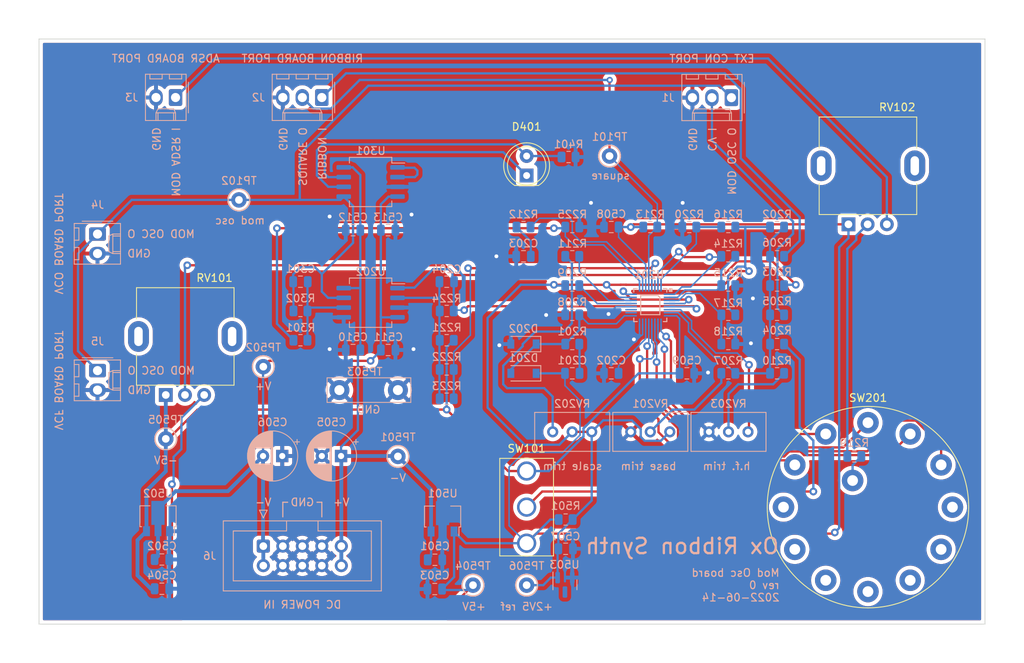
<source format=kicad_pcb>
(kicad_pcb (version 20211014) (generator pcbnew)
  (title_block (title "Josh Ox Ribbon Synth Mod Osc board") (date "2022-06-14") (rev "0") (comment 2 "creativecommons.org/licences/by/4.0") (comment 3 "license: CC by 4.0") (comment 4 "Author: Jordan Aceto"))
  (layers (0 "F.Cu" signal) (31 "B.Cu" signal) (34 "B.Paste" user) (35 "F.Paste" user) (36 "B.SilkS" user "B.Silkscreen") (37 "F.SilkS" user "F.Silkscreen") (38 "B.Mask" user) (39 "F.Mask" user) (44 "Edge.Cuts" user))
  (net 0 "")
  (net 1 "Net-(C201-Pad1)")
  (net 2 "Net-(C202-Pad1)")
  (net 3 "GND")
  (net 4 "Net-(C203-Pad1)")
  (net 5 "Net-(C204-Pad1)")
  (net 6 "/VCO_core/DOWN_SAW")
  (net 7 "Net-(C301-Pad1)")
  (net 8 "/MOD_OSC_OUT")
  (net 9 "+15V")
  (net 10 "-15V")
  (net 11 "-5V")
  (net 12 "Net-(D201-Pad2)")
  (net 13 "Net-(D401-Pad1)")
  (net 14 "Net-(D401-Pad2)")
  (net 15 "/VCO_core/V_PER_OCT_IN_1")
  (net 16 "/VCO_core/V_PER_OCT_IN_2")
  (net 17 "/VCO_core/RAW_SQUARE_OUT")
  (net 18 "/MOD_ADSR")
  (net 19 "Net-(R202-Pad1)")
  (net 20 "+2V5_REF")
  (net 21 "/VCO_core/COARSE_TUNE_IN")
  (net 22 "/VCO_core/RANGE_CV_IN")
  (net 23 "Net-(R207-Pad2)")
  (net 24 "Net-(R209-Pad1)")
  (net 25 "Net-(R210-Pad1)")
  (net 26 "Net-(R211-Pad1)")
  (net 27 "Net-(R211-Pad2)")
  (net 28 "Net-(R212-Pad1)")
  (net 29 "Net-(R214-Pad1)")
  (net 30 "Net-(R214-Pad2)")
  (net 31 "Net-(R216-Pad2)")
  (net 32 "Net-(R217-Pad1)")
  (net 33 "/VCO_core/VOLUME_CV_IN")
  (net 34 "Net-(R219-Pad2)")
  (net 35 "Net-(R222-Pad1)")
  (net 36 "/VCO_core/SWITCHED_OUT")
  (net 37 "Net-(RV203-Pad3)")
  (net 38 "/VCO_core/SINE")
  (net 39 "Net-(SW201-Pad1)")
  (net 43 "Net-(SW201-Pad2)")
  (net 44 "Net-(SW201-Pad3)")
  (net 45 "Net-(SW201-Pad4)")
  (net 46 "Net-(SW201-Pad5)")
  (net 54 "+5V")
  (net 55 "Net-(U301-Pad1)")
  (footprint "custom_footprints:SPDT_mini_toggle" (layer "F.Cu") (at 100.33 99.06 180)
    (fp_text reference "SW101")
    (fp_text value "SW_SPDT_MSM")
  )
  (footprint "custom_footprints:Potentiometer_P260T" (layer "F.Cu") (at 55.88 76.835 90)
    (fp_text reference "RV101")
    (fp_text value "10k")
  )
  (footprint "custom_footprints:apha_SR2612F-0112" (layer "F.Cu") (at 144.78 99.06 90)
    (fp_text reference "SW201")
    (fp_text value "alpha_SR2612F-0112")
  )
  (footprint "custom_footprints:Potentiometer_P260T" (layer "F.Cu") (at 144.78 54.61 90)
    (fp_text reference "RV102")
    (fp_text value "10k")
  )
  (footprint "LED_THT:LED_D5.0mm" (layer "F.Cu") (at 100.33 55.88 90)
    (fp_text reference locked "D401")
    (fp_text value "red_green")
  )
  (footprint "Capacitor_THT:CP_Radial_D6.3mm_P2.50mm" (layer "B.Cu") (at 76.1638 92.4052 180)
    (fp_text reference "C505")
    (fp_text value "10u")
  )
  (footprint "Diode_SMD:D_SOD-123" (layer "B.Cu") (at 99.9236 81.6356 180)
    (fp_text reference "D201")
    (fp_text value "1N4148W")
  )
  (footprint "Resistor_SMD:R_0805_2012Metric" (layer "B.Cu") (at 89.9264 73.5158)
    (fp_text reference "R224")
    (fp_text value "100k")
  )
  (footprint "Potentiometer_THT:Potentiometer_Bourns_3296W_Vertical" (layer "B.Cu") (at 103.7236 89.2556 180)
    (fp_text reference "RV202")
    (fp_text value "5k")
  )
  (footprint "Package_SO:SO-8_5.3x6.2mm_P1.27mm" (layer "B.Cu") (at 80.01 56.7182 180)
    (fp_text reference "U301")
    (fp_text value "TL072")
  )
  (footprint "Resistor_SMD:R_0805_2012Metric" (layer "B.Cu") (at 106.2736 74.0156 180)
    (fp_text reference "R208")
    (fp_text value "10k")
  )
  (footprint "Capacitor_SMD:C_0805_2012Metric" (layer "B.Cu") (at 52.832 105.8795 180)
    (fp_text reference "C502")
    (fp_text value "330n")
  )
  (footprint "Resistor_SMD:R_0805_2012Metric" (layer "B.Cu") (at 132.9436 66.3956)
    (fp_text reference "R206")
    (fp_text value "100K")
  )
  (footprint "Capacitor_SMD:C_0805_2012Metric" (layer "B.Cu") (at 111.3536 81.6356 180)
    (fp_text reference "C202")
    (fp_text value "3N9 COG")
  )
  (footprint "Capacitor_SMD:C_0805_2012Metric" (layer "B.Cu") (at 77.724 78.5958 180)
    (fp_text reference "C510")
    (fp_text value "100n")
  )
  (footprint "TestPoint:TestPoint_Keystone_5000-5004_Miniature" (layer "B.Cu") (at 100.33 109.22 180)
    (fp_text reference "TP506")
    (fp_text value "2v5_ref")
  )
  (footprint "Capacitor_SMD:C_0805_2012Metric" (layer "B.Cu") (at 89.9264 69.7058)
    (fp_text reference "C204")
    (fp_text value "C")
  )
  (footprint "Package_SO:SO-8_5.3x6.2mm_P1.27mm" (layer "B.Cu") (at 80.01 72.4408 180)
    (fp_text reference "U202")
    (fp_text value "TL072")
  )
  (footprint "Connector_Molex:Molex_KK-254_AE-6410-03A_1x03_P2.54mm_Vertical" (layer "B.Cu") (at 127 45.74 180)
    (fp_text reference "J1")
    (fp_text value "ext_port")
  )
  (footprint "Package_TO_SOT_SMD:SOT-89-3" (layer "B.Cu") (at 52.324 100.5455 90)
    (fp_text reference "U502")
    (fp_text value "L79L05_SOT89")
  )
  (footprint "Resistor_SMD:R_0805_2012Metric" (layer "B.Cu") (at 105.41 100.6765)
    (fp_text reference "R501")
    (fp_text value "1k8")
  )
  (footprint "Resistor_SMD:R_0805_2012Metric" (layer "B.Cu") (at 132.9436 74.0156)
    (fp_text reference "R205")
    (fp_text value "100K")
  )
  (footprint "TestPoint:TestPoint_Keystone_5000-5004_Miniature" (layer "B.Cu") (at 93.345 109.22 180)
    (fp_text reference "TP504")
    (fp_text value "+5v")
  )
  (footprint "Capacitor_SMD:C_0805_2012Metric" (layer "B.Cu") (at 88.392 105.918)
    (fp_text reference "C501")
    (fp_text value "330n")
  )
  (footprint "Capacitor_SMD:C_0805_2012Metric" (layer "B.Cu") (at 111.3536 62.5856 180)
    (fp_text reference "C508")
    (fp_text value "100n")
  )
  (footprint "Resistor_SMD:R_0805_2012Metric" (layer "B.Cu") (at 106.2736 70.2056 180)
    (fp_text reference "R209")
    (fp_text value "?")
  )
  (footprint "Capacitor_SMD:C_0805_2012Metric" (layer "B.Cu") (at 82.296 78.5958 180)
    (fp_text reference "C511")
    (fp_text value "100n")
  )
  (footprint "Resistor_SMD:R_0805_2012Metric" (layer "B.Cu") (at 126.5936 62.5856 180)
    (fp_text reference "R216")
    (fp_text value "10k")
  )
  (footprint "Resistor_SMD:R_0805_2012Metric" (layer "B.Cu") (at 70.8764 77.3258)
    (fp_text reference "R301")
    (fp_text value "100k")
  )
  (footprint "Resistor_SMD:R_0805_2012Metric" (layer "B.Cu") (at 89.9264 84.9458 180)
    (fp_text reference "R223")
    (fp_text value "100k")
  )
  (footprint "Potentiometer_THT:Potentiometer_Bourns_3296W_Vertical" (layer "B.Cu") (at 113.8936 89.2556 180)
    (fp_text reference "RV201")
    (fp_text value "5k")
  )
  (footprint "Resistor_SMD:R_0805_2012Metric" (layer "B.Cu") (at 116.4336 62.5856 180)
    (fp_text reference "R213")
    (fp_text value "4k7")
  )
  (footprint "Resistor_SMD:R_0805_2012Metric" (layer "B.Cu") (at 70.8764 73.5158 180)
    (fp_text reference "R302")
    (fp_text value "200k")
  )
  (footprint "Potentiometer_THT:Potentiometer_Bourns_3296W_Vertical" (layer "B.Cu") (at 124.079 89.2556 180)
    (fp_text reference "RV203")
    (fp_text value "5k")
  )
  (footprint "Capacitor_SMD:C_0805_2012Metric" (layer "B.Cu") (at 52.832 109.6895 180)
    (fp_text reference "C504")
    (fp_text value "100n")
  )
  (footprint "Resistor_SMD:R_0805_2012Metric" (layer "B.Cu") (at 132.9436 77.8256)
    (fp_text reference "R204")
    (fp_text value "100k")
  )
  (footprint "Resistor_SMD:R_0805_2012Metric" (layer "B.Cu") (at 126.5936 66.3956 180)
    (fp_text reference "R214")
    (fp_text value "3K9")
  )
  (footprint "Connector_Molex:Molex_KK-254_AE-6410-02A_1x02_P2.54mm_Vertical" (layer "B.Cu") (at 44.45 81.28 -90)
    (fp_text reference "J5")
    (fp_text value "vcf_board_port")
  )
  (footprint "custom_footprints:PQN32_HandSoldering" (layer "B.Cu") (at 116.4336 72.7456 180)
    (fp_text reference "U201")
    (fp_text value "SSI2130")
  )
  (footprint "TestPoint:TestPoint_Keystone_5000-5004_Miniature" (layer "B.Cu") (at 53.34 90.17 180)
    (fp_text reference "TP505")
    (fp_text value "-5v")
  )
  (footprint "TestPoint:TestPoint_Keystone_5000-5004_Miniature" (layer "B.Cu") (at 62.865 59.055 180)
    (fp_text reference "TP102")
    (fp_text value "modosc_out")
  )
  (footprint "Capacitor_THT:CP_Radial_D6.3mm_P2.50mm" (layer "B.Cu") (at 68.5038 92.4052 180)
    (fp_text reference "C506")
    (fp_text value "10u")
  )
  (footprint "TestPoint:TestPoint_Bridge_Pitch7.62mm_Drill1.3mm" (layer "B.Cu") (at 75.946 83.82)
    (fp_text reference "TP503")
    (fp_text value "GND")
  )
  (footprint "Resistor_SMD:R_0805_2012Metric" (layer "B.Cu") (at 126.5936 74.0156)
    (fp_text reference "R217")
    (fp_text value "12K")
  )
  (footprint "Resistor_SMD:R_0805_2012Metric" (layer "B.Cu") (at 143.002 92.456)
    (fp_text reference "R219")
    (fp_text value "100k")
  )
  (footprint "Capacitor_SMD:C_0805_2012Metric" (layer "B.Cu") (at 77.724 62.992 180)
    (fp_text reference "C512")
    (fp_text value "100n")
  )
  (footprint "Resistor_SMD:R_0805_2012Metric" (layer "B.Cu") (at 126.5936 77.8256 180)
    (fp_text reference "R218")
    (fp_text value "4K7")
  )
  (footprint "Package_TO_SOT_SMD:SOT-23" (layer "B.Cu") (at 105.318 109.1785 -90)
    (fp_text reference "U503")
    (fp_text value "LM4040C-2.5")
  )
  (footprint "Connector_Molex:Molex_KK-254_AE-6410-02A_1x02_P2.54mm_Vertical" (layer "B.Cu") (at 44.45 63.5 -90)
    (fp_text reference "J4")
    (fp_text value "vco_board_port")
  )
  (footprint "Resistor_SMD:R_0805_2012Metric" (layer "B.Cu") (at 106.2736 62.5856 180)
    (fp_text reference "R225")
    (fp_text value "10k")
  )
  (footprint "Connector_Molex:Molex_KK-254_AE-6410-03A_1x03_P2.54mm_Vertical" (layer "B.Cu") (at 73.66 45.72 180)
    (fp_text reference "J2")
    (fp_text value "ribbon_board_port")
  )
  (footprint "Resistor_SMD:R_0805_2012Metric" (layer "B.Cu") (at 121.5136 62.5856 180)
    (fp_text reference "R220")
    (fp_text value "10k")
  )
  (footprint "Capacitor_SMD:C_0805_2012Metric" (layer "B.Cu") (at 106.2736 81.6356 180)
    (fp_text reference "C201")
    (fp_text value "10u")
  )
  (footprint "Capacitor_SMD:C_0805_2012Metric" (layer "B.Cu") (at 88.368 109.728 180)
    (fp_text reference "C503")
    (fp_text value "100n")
  )
  (footprint "Capacitor_SMD:C_0805_2012Metric" (layer "B.Cu") (at 121.1936 81.6356 180)
    (fp_text reference "C509")
    (fp_text value "100n")
  )
  (footprint "Resistor_SMD:R_0805_2012Metric" (layer "B.Cu") (at 126.5936 81.6356 180)
    (fp_text reference "R207")
    (fp_text value "100k")
  )
  (footprint "Resistor_SMD:R_0805_2012Metric" (layer "B.Cu") (at 132.9436 81.6356 180)
    (fp_text reference "R210")
    (fp_text value "270K")
  )
  (footprint "Resistor_SMD:R_0805_2012Metric" (layer "B.Cu") (at 132.9436 70.2056)
    (fp_text reference "R203")
    (fp_text value "100K")
  )
  (footprint "Resistor_SMD:R_0805_2012Metric" (layer "B.Cu") (at 105.791 53.467 180)
    (fp_text reference "R401")
    (fp_text value "1k2")
  )
  (footprint "Resistor_SMD:R_0805_2012Metric" (layer "B.Cu") (at 106.2736 77.8256 180)
    (fp_text reference "R201")
    (fp_text value "10k")
  )
  (footprint "Connector_Molex:Molex_KK-254_AE-6410-02A_1x02_P2.54mm_Vertical" (layer "B.Cu") (at 54.61 45.72 180)
    (fp_text reference "J3")
    (fp_text value "adsr_board_port")
  )
  (footprint "Resistor_SMD:R_0805_2012Metric" (layer "B.Cu") (at 106.2736 66.3956)
    (fp_text reference "R211")
    (fp_text value "47K")
  )
  (footprint "TestPoint:TestPoint_Keystone_5000-5004_Miniature" (layer "B.Cu") (at 66.04 80.772 180)
    (fp_text reference "TP502")
    (fp_text value "V-")
  )
  (footprint "Capacitor_SMD:C_0805_2012Metric" (layer "B.Cu") (at 105.41 104.4865)
    (fp_text reference "C507")
    (fp_text value "100n")
  )
  (footprint "Diode_SMD:D_SOD-123" (layer "B.Cu") (at 99.9236 77.8256 180)
    (fp_text reference "D202")
    (fp_text value "1N4148W")
  )
  (footprint "TestPoint:TestPoint_Keystone_5000-5004_Miniature" (layer "B.Cu") (at 111.125 53.34 180)
    (fp_text reference "TP101")
    (fp_text value "square_out")
  )
  (footprint "Resistor_SMD:R_0805_2012Metric" (layer "B.Cu") (at 99.9236 62.5856 180)
    (fp_text reference "R212")
    (fp_text value "270")
  )
  (footprint "Connector_IDC:IDC-Header_2x05_P2.54mm_Vertical" (layer "B.Cu") (at 66.04 104.14 -90)
    (fp_text reference "J6")
    (fp_text value "power_entry")
  )
  (footprint "Resistor_SMD:R_0805_2012Metric" (layer "B.Cu") (at 132.9436 62.5856 180)
    (fp_text reference "R202")
    (fp_text value "100K")
  )
  (footprint "Resistor_SMD:R_0805_2012Metric" (layer "B.Cu") (at 89.9264 81.1358 180)
    (fp_text reference "R222")
    (fp_text value "100k")
  )
  (footprint "Capacitor_SMD:C_0805_2012Metric" (layer "B.Cu") (at 82.296 62.992 180)
    (fp_text reference "C513")
    (fp_text value "100n")
  )
  (footprint "Capacitor_SMD:C_0805_2012Metric" (layer "B.Cu") (at 70.8764 69.7058 180)
    (fp_text reference "C301")
    (fp_text value "C")
  )
  (footprint "Resistor_SMD:R_0805_2012Metric" (layer "B.Cu") (at 126.5936 70.2056 180)
    (fp_text reference "R215")
    (fp_text value "4K7")
  )
  (footprint "Capacitor_SMD:C_0805_2012Metric" (layer "B.Cu") (at 99.9236 66.3956 180)
    (fp_text reference "C203")
    (fp_text value "10N")
  )
  (footprint "TestPoint:TestPoint_Keystone_5000-5004_Miniature" (layer "B.Cu") (at 83.566 92.456 180)
    (fp_text reference "TP501")
    (fp_text value "V+")
  )
  (footprint "Package_TO_SOT_SMD:SOT-89-3" (layer "B.Cu") (at 89.384 100.584 90)
    (fp_text reference "U501")
    (fp_text value "L78L05_SOT89")
  )
  (footprint "Resistor_SMD:R_0805_2012Metric" (layer "B.Cu") (at 89.9264 77.3258 180)
    (fp_text reference "R221")
    (fp_text value "200k")
  )
  (gr_line (start 69.215 98.425) (end 68.58 98.425) (layer "B.SilkS") (width 0.15))
  (gr_line (start 73.66 98.425) (end 73.66 100.33) (layer "B.SilkS") (width 0.15))
  (gr_line (start 73.025 98.425) (end 73.66 98.425) (layer "B.SilkS") (width 0.15))
  (gr_line (start 68.58 98.425) (end 68.58 100.33) (layer "B.SilkS") (width 0.15))
  (gr_line (start 160.02 38.1) (end 36.83 38.1) (layer "Edge.Cuts") (width 0.1))
  (gr_line (start 160.02 114.3) (end 160.02 38.1) (layer "Edge.Cuts") (width 0.1))
  (gr_line (start 36.83 114.3) (end 160.02 114.3) (layer "Edge.Cuts") (width 0.1))
  (gr_line (start 36.83 38.1) (end 36.83 114.3) (layer "Edge.Cuts") (width 0.1))
  (gr_text "VCO BOARD PORT" (at 39.37 64.77 270) (layer "B.SilkS") (effects (font (size 1 1)) (justify mirror)))
  (gr_text "-5V" (at 53.34 92.964) (layer "B.SilkS") (effects (font (size 1 1)) (justify mirror)))
  (gr_text "MOD OSC O" (at 48.24 63.5) (layer "B.SilkS") (effects (font (size 1 1)) (justify right mirror)))
  (gr_text "ADSR BOARD PORT" (at 53.34 40.64) (layer "B.SilkS") (effects (font (size 1 1)) (justify mirror)))
  (gr_text "+2V5 ref" (at 100.33 112.014) (layer "B.SilkS") (effects (font (size 1 1)) (justify mirror)))
  (gr_text "GND" (at 52.07 49.51 270) (layer "B.SilkS") (effects (font (size 1 1)) (justify right mirror)))
  (gr_text "DC POWER IN" (at 71.12 111.76) (layer "B.SilkS") (effects (font (size 1 1)) (justify mirror)))
  (gr_text "CV I" (at 124.46 49.53 270) (layer "B.SilkS") (effects (font (size 1 1)) (justify right mirror)))
  (gr_text "Mod Osc board\nrev 0\n2022-06-14" (at 133.35 109.22) (layer "B.SilkS") (effects (font (size 1 1)) (justify left mirror)))
  (gr_text "SQUARE O" (at 71.12 49.51 270) (layer "B.SilkS") (effects (font (size 1 1)) (justify right mirror)))
  (gr_text "MOD OSC O" (at 48.26 81.28) (layer "B.SilkS") (effects (font (size 1 1)) (justify right mirror)))
  (gr_text "Ox Ribbon Synth" (at 133.35 104.14) (layer "B.SilkS") (effects (font (size 2 2) (thickness 0.3)) (justify left mirror)))
  (gr_text "V-" (at 83.566 95.25) (layer "B.SilkS") (effects (font (size 1 1)) (justify mirror)))
  (gr_text "+5V" (at 93.472 112.014) (layer "B.SilkS") (effects (font (size 1 1)) (justify mirror)))
  (gr_text "MOD ADSR I" (at 54.61 49.51 270) (layer "B.SilkS") (effects (font (size 1 1)) (justify right mirror)))
  (gr_text "RIBBON I" (at 73.66 49.51 270) (layer "B.SilkS") (effects (font (size 1 1)) (justify right mirror)))
  (gr_text "GND" (at 71.12 98.425) (layer "B.SilkS") (effects (font (size 1 1)) (justify mirror)))
  (gr_text "V+" (at 66.04 83.312) (layer "B.SilkS") (effects (font (size 1 1)) (justify mirror)))
  (gr_text "GND" (at 79.756 86.36) (layer "B.SilkS") (effects (font (size 1 1)) (justify mirror)))
  (gr_text "RIBBON BOARD PORT" (at 71.12 40.64) (layer "B.SilkS") (effects (font (size 1 1)) (justify mirror)))
  (gr_text "GND" (at 68.58 49.51 270) (layer "B.SilkS") (effects (font (size 1 1)) (justify right mirror)))
  (gr_text "MOD OSC O" (at 127 49.53 270) (layer "B.SilkS") (effects (font (size 1 1)) (justify right mirror)))
  (gr_text "EXT CON PORT" (at 124.46 40.66) (layer "B.SilkS") (effects (font (size 1 1)) (justify mirror)))
  (gr_text "scale trim" (at 106.299 93.726) (layer "B.SilkS") (effects (font (size 1 1)) (justify mirror)))
  (gr_text "VCF BOARD PORT" (at 39.37 82.55 270) (layer "B.SilkS") (effects (font (size 1 1)) (justify mirror)))
  (gr_text "V+" (at 76.2 98.425) (layer "B.SilkS") (effects (font (size 1 1)) (justify mirror)))
  (gr_text "GND" (at 48.24 66.04) (layer "B.SilkS") (effects (font (size 1 1)) (justify right mirror)))
  (gr_text "square" (at 111.252 55.88) (layer "B.SilkS") (effects (font (size 1 1)) (justify mirror)))
  (gr_text "GND" (at 48.26 83.82) (layer "B.SilkS") (effects (font (size 1 1)) (justify right mirror)))
  (gr_text "V-" (at 66.04 98.425) (layer "B.SilkS") (effects (font (size 1 1)) (justify mirror)))
  (gr_text "h.f. trim" (at 126.365 93.726) (layer "B.SilkS") (effects (font (size 1 1)) (justify mirror)))
  (gr_text "GND" (at 121.92 49.55 270) (layer "B.SilkS") (effects (font (size 1 1)) (justify right mirror)))
  (gr_text "base trim" (at 116.205 93.726) (layer "B.SilkS") (effects (font (size 1 1)) (justify mirror)))
  (gr_text "mod osc" (at 62.992 61.722) (layer "B.SilkS") (effects (font (size 1 1)) (justify mirror)))
  (segment (start 107.2236 77.8631) (end 107.1861 77.8256) (width 0.2) (layer "B.Cu") (net 1))
  (segment (start 107.2236 81.6356) (end 107.2236 77.8631) (width 0.3) (layer "B.Cu") (net 1))
  (segment (start 112.3036 80.659252) (end 115.8336 77.129252) (width 0.2) (layer "B.Cu") (net 2))
  (segment (start 112.3036 81.6356) (end 112.3036 80.659252) (width 0.2) (layer "B.Cu") (net 2))
  (segment (start 115.8336 77.129252) (end 115.8336 75.2456) (width 0.2) (layer "B.Cu") (net 2))
  (via (at 96.393 66.3956) (size 1) (drill 0.5) (layers "F.Cu" "B.Cu") (net 3))
  (via (at 108.712 59.436) (size 1) (drill 0.5) (layers "F.Cu" "B.Cu") (net 3))
  (via (at 114.3 77.216) (size 1) (drill 0.5) (layers "F.Cu" "B.Cu") (net 3))
  (via (at 74.676 78.486) (size 1) (drill 0.5) (layers "F.Cu" "B.Cu") (net 3))
  (via (at 96.774 77.978) (size 1) (drill 0.5) (layers "F.Cu" "B.Cu") (net 3))
  (via (at 129.794 71.882) (size 1) (drill 0.5) (layers "F.Cu" "B.Cu") (net 3))
  (via (at 85.598 78.486) (size 1) (drill 0.5) (layers "F.Cu" "B.Cu") (net 3))
  (via (at 102.87 74.041) (size 1) (drill 0.5) (layers "F.Cu" "B.Cu") (net 3))
  (via (at 123.952 81.534) (size 1) (drill 0.5) (layers "F.Cu" "B.Cu") (net 3))
  (via (at 110.998 73.914) (size 1) (drill 0.5) (layers "F.Cu" "B.Cu") (net 3))
  (via (at 120.65 59.436) (size 1) (drill 0.5) (layers "F.Cu" "B.Cu") (net 3))
  (via (at 85.344 60.96) (size 1) (drill 0.5) (layers "F.Cu" "B.Cu") (net 3))
  (via (at 74.676 61.214) (size 1) (drill 0.5) (layers "F.Cu" "B.Cu") (net 3))
  (via (at 129.54 77.724) (size 1) (drill 0.5) (layers "F.Cu" "B.Cu") (net 3))
  (segment (start 115.4336 75.2456) (end 115.4336 76.5904) (width 0.2) (layer "B.Cu") (net 3))
  (segment (start 115.316 76.708) (end 115.062 76.708) (width 0.2) (layer "B.Cu") (net 3))
  (segment (start 114.8364 76.6796) (end 114.3 77.216) (width 0.2) (layer "B.Cu") (net 3))
  (segment (start 115.0336 76.6796) (end 114.8364 76.6796) (width 0.2) (layer "B.Cu") (net 3))
  (segment (start 115.0336 76.6796) (end 115.0336 75.2456) (width 0.2) (layer "B.Cu") (net 3))
  (segment (start 115.062 76.708) (end 115.0336 76.6796) (width 0.2) (layer "B.Cu") (net 3))
  (segment (start 111.9664 72.9456) (end 110.998 73.914) (width 0.2) (layer "B.Cu") (net 3))
  (segment (start 115.4336 76.5904) (end 115.316 76.708) (width 0.2) (layer "B.Cu") (net 3))
  (segment (start 113.9336 72.9456) (end 111.9664 72.9456) (width 0.2) (layer "B.Cu") (net 3))
  (segment (start 100.8736 64.4481) (end 99.0111 62.5856) (width 0.3) (layer "B.Cu") (net 4))
  (segment (start 100.8736 66.3956) (end 100.8736 64.4481) (width 0.3) (layer "B.Cu") (net 4))
  (segment (start 88.8496 71.8058) (end 88.9764 71.9326) (width 0.3) (layer "B.Cu") (net 5))
  (segment (start 83.5914 71.8058) (end 88.8496 71.8058) (width 0.3) (layer "B.Cu") (net 5))
  (segment (start 88.9764 84.9083) (end 89.0139 84.9458) (width 0.3) (layer "B.Cu") (net 5))
  (segment (start 88.9764 69.7058) (end 88.9764 71.9326) (width 0.3) (layer "B.Cu") (net 5))
  (segment (start 88.9764 71.9326) (end 88.9764 84.9083) (width 0.3) (layer "B.Cu") (net 5))
  (segment (start 92.71 72.898) (end 92.202 73.406) (width 0.3) (layer "F.Cu") (net 6))
  (segment (start 122.4534 73.2282) (end 122.1232 72.898) (width 0.3) (layer "F.Cu") (net 6))
  (segment (start 122.1232 72.898) (end 92.71 72.898) (width 0.3) (layer "F.Cu") (net 6))
  (via (at 122.4534 73.2282) (size 1) (drill 0.5) (layers "F.Cu" "B.Cu") (net 6))
  (via (at 92.202 73.406) (size 1) (drill 0.5) (layers "F.Cu" "B.Cu") (net 6))
  (segment (start 90.8389 73.5158) (end 90.8389 69.7433) (width 0.3) (layer "B.Cu") (net 6))
  (segment (start 92.202 73.406) (end 90.9487 73.406) (width 0.2) (layer "B.Cu") (net 6))
  (segment (start 122.1708 72.9456) (end 122.4534 73.2282) (width 0.2) (layer "B.Cu") (net 6))
  (segment (start 90.297 68.072) (end 88.138 68.072) (width 0.3) (layer "B.Cu") (net 6))
  (segment (start 90.9487 73.406) (end 90.8389 73.5158) (width 0.2) (layer "B.Cu") (net 6))
  (segment (start 90.678 68.453) (end 90.297 68.072) (width 0.3) (layer "B.Cu") (net 6))
  (segment (start 83.6422 70.485) (end 83.5914 70.5358) (width 0.3) (layer "B.Cu") (net 6))
  (segment (start 90.8389 69.7433) (end 90.8764 69.7058) (width 0.3) (layer "B.Cu") (net 6))
  (segment (start 90.678 69.5074) (end 90.678 68.453) (width 0.3) (layer "B.Cu") (net 6))
  (segment (start 118.9336 72.9456) (end 122.1708 72.9456) (width 0.2) (layer "B.Cu") (net 6))
  (segment (start 85.725 70.485) (end 83.6422 70.485) (width 0.3) (layer "B.Cu") (net 6))
  (segment (start 88.138 68.072) (end 85.725 70.485) (width 0.3) (layer "B.Cu") (net 6))
  (segment (start 90.8764 69.7058) (end 90.678 69.5074) (width 0.3) (layer "B.Cu") (net 6))
  (segment (start 76.5914 73.0758) (end 72.2289 73.0758) (width 0.3) (layer "B.Cu") (net 7))
  (segment (start 71.7889 77.3258) (end 71.7889 69.7433) (width 0.3) (layer "B.Cu") (net 7))
  (segment (start 72.2289 73.0758) (end 71.7889 73.5158) (width 0.3) (layer "B.Cu") (net 7))
  (segment (start 71.7889 69.7433) (end 71.8264 69.7058) (width 0.3) (layer "B.Cu") (net 7))
  (segment (start 41.91 66.04) (end 44.45 63.5) (width 0.3) (layer "B.Cu") (net 8))
  (segment (start 76.5914 71.8058) (end 74.4728 71.8058) (width 0.3) (layer "B.Cu") (net 8))
  (segment (start 69.9264 68.7576) (end 69.9264 69.7058) (width 0.3) (layer "B.Cu") (net 8))
  (segment (start 74.4728 71.8058) (end 73.66 70.993) (width 0.3) (layer "B.Cu") (net 8))
  (segment (start 76.51 58.6232) (end 76.0782 59.055) (width 0.3) (layer "B.Cu") (net 8))
  (segment (start 70.7898 59.055) (end 62.865 59.055) (width 0.3) (layer "B.Cu") (net 8))
  (segment (start 69.9639 69.7433) (end 69.9264 69.7058) (width 0.3) (layer "B.Cu") (net 8))
  (segment (start 125.443501 44.183501) (end 79.712915 44.183501) (width 0.3) (layer "B.Cu") (net 8))
  (segment (start 70.866 67.818) (end 69.9264 68.7576) (width 0.3) (layer "B.Cu") (net 8))
  (segment (start 70.7898 53.106616) (end 70.7898 59.055) (width 0.3) (layer "B.Cu") (net 8))
  (segment (start 79.712915 44.183501) (end 70.7898 53.106616) (width 0.3) (layer "B.Cu") (net 8))
  (segment (start 72.771 67.818) (end 70.866 67.818) (width 0.3) (layer "B.Cu") (net 8))
  (segment (start 77.724 59.8372) (end 77.724 64.643) (width 0.3) (layer "B.Cu") (net 8))
  (segment (start 44.45 81.28) (end 41.91 78.74) (width 0.3) (layer "B.Cu") (net 8))
  (segment (start 76.51 58.6232) (end 77.724 59.8372) (width 0.3) (layer "B.Cu") (net 8))
  (segment (start 73.66 68.707) (end 72.771 67.818) (width 0.3) (layer "B.Cu") (net 8))
  (segment (start 127 45.74) (end 125.443501 44.183501) (width 0.3) (layer "B.Cu") (net 8))
  (segment (start 48.895 59.055) (end 62.865 59.055) (width 0.3) (layer "B.Cu") (net 8))
  (segment (start 73.66 70.993) (end 73.66 68.707) (width 0.3) (layer "B.Cu") (net 8))
  (segment (start 44.45 63.5) (end 48.895 59.055) (width 0.3) (layer "B.Cu") (net 8))
  (segment (start 76.0782 59.055) (end 70.7898 59.055) (width 0.3) (layer "B.Cu") (net 8))
  (segment (start 69.9639 73.5158) (end 69.9639 69.7433) (width 0.3) (layer "B.Cu") (net 8))
  (segment (start 77.724 64.643) (end 73.66 68.707) (width 0.3) (layer "B.Cu") (net 8))
  (segment (start 41.91 78.74) (end 41.91 66.04) (width 0.3) (layer "B.Cu") (net 8))
  (segment (start 78.6638 70.5358) (end 78.674 70.546) (width 0.3) (layer "B.Cu") (net 9))
  (segment (start 78.359 89.027) (end 76.1638 91.2222) (width 0.3) (layer "B.Cu") (net 9))
  (segment (start 78.674 78.5958) (end 78.674 70.546) (width 0.3) (layer "B.Cu") (net 9))
  (segment (start 78.674 70.546) (end 78.674 62.992) (width 0.3) (layer "B.Cu") (net 9))
  (segment (start 76.2 106.68) (end 76.2 104.14) (width 0.5) (layer "B.Cu") (net 9))
  (segment (start 76.2 104.14) (end 76.2 92.4414) (width 0.5) (layer "B.Cu") (net 9))
  (segment (start 76.1638 92.4052) (end 83.5152 92.4052) (width 0.5) (layer "B.Cu") (net 9))
  (segment (start 76.1638 91.2222) (end 76.1638 92.4052) (width 0.3) (layer "B.Cu") (net 9))
  (segment (start 87.884 105.476) (end 87.442 105.918) (width 0.3) (layer "B.Cu") (net 9))
  (segment (start 78.674 55.814) (end 77.6732 54.8132) (width 0.3) (layer "B.Cu") (net 9))
  (segment (start 78.674 62.992) (end 78.674 55.814) (width 0.3) (layer "B.Cu") (net 9))
  (segment (start 77.6732 54.8132) (end 76.51 54.8132) (width 0.3) (layer "B.Cu") (net 9))
  (segment (start 78.674 78.5958) (end 78.359 78.9108) (width 0.3) (layer "B.Cu") (net 9))
  (segment (start 76.51 70.5358) (end 78.6638 70.5358) (width 0.3) (layer "B.Cu") (net 9))
  (segment (start 76.2 92.4414) (end 76.1638 92.4052) (width 0.5) (layer "B.Cu") (net 9))
  (segment (start 87.884 96.774) (end 87.884 102.234) (width 0.5) (layer "B.Cu") (net 9))
  (segment (start 87.884 102.234) (end 87.884 105.476) (width 0.3) (layer "B.Cu") (net 9))
  (segment (start 78.359 78.9108) (end 78.359 89.027) (width 0.3) (layer "B.Cu") (net 9))
  (segment (start 83.5152 92.4052) (end 87.884 96.774) (width 0.5) (layer "B.Cu") (net 9))
  (segment (start 65.913 80.899) (end 66.802 80.01) (width 0.3) (layer "F.Cu") (net 10))
  (segment (start 66.802 80.01) (end 80.01 80.01) (width 0.3) (layer "F.Cu") (net 10))
  (via (at 80.01 80.01) (size 1) (drill 0.5) (layers "F.Cu" "B.Cu") (net 10))
  (segment (start 82.3468 58.6232) (end 81.346 59.624) (width 0.3) (layer "B.Cu") (net 10))
  (segment (start 81.346 78.5958) (end 81.346 74.234) (width 0.3) (layer "B.Cu") (net 10))
  (segment (start 65.913 80.899) (end 66.0038 80.9898) (width 0.3) (layer "B.Cu") (net 10))
  (segment (start 66.0038 80.9898) (end 66.0038 92.4052) (width 0.3) (layer "B.Cu") (net 10))
  (segment (start 66.04 106.68) (end 66.04 104.14) (width 0.5) (layer "B.Cu") (net 10))
  (segment (start 66.04 104.14) (end 66.0038 104.1038) (width 0.5) (layer "B.Cu") (net 10))
  (segment (start 81.346 74.234) (end 81.346 62.992) (width 0.3) (layer "B.Cu") (net 10))
  (segment (start 66.0038 104.1038) (end 66.0038 92.4052) (width 0.5) (layer "B.Cu") (net 10))
  (segment (start 81.346 78.5958) (end 81.346 78.674) (width 0.3) (layer "B.Cu") (net 10))
  (segment (start 81.346 78.674) (end 80.01 80.01) (width 0.3) (layer "B.Cu") (net 10))
  (segment (start 83.51 58.6232) (end 82.3468 58.6232) (width 0.3) (layer "B.Cu") (net 10))
  (segment (start 52.324 105.4375) (end 51.882 105.8795) (width 0.5) (layer "B.Cu") (net 10))
  (segment (start 66.0038 92.4052) (end 61.429711 96.979289) (width 0.5) (layer "B.Cu") (net 10))
  (segment (start 52.324 102.108) (end 52.324 105.4375) (width 0.5) (layer "B.Cu") (net 10))
  (segment (start 83.51 74.3458) (end 81.4578 74.3458) (width 0.3) (layer "B.Cu") (net 10))
  (segment (start 81.346 59.624) (end 81.346 62.992) (width 0.3) (layer "B.Cu") (net 10))
  (segment (start 61.429711 96.979289) (end 54.623141 96.979289) (width 0.5) (layer "B.Cu") (net 10))
  (segment (start 52.324 99.27843) (end 52.324 102.108) (width 0.5) (layer "B.Cu") (net 10))
  (segment (start 81.4578 74.3458) (end 81.346 74.234) (width 0.3) (layer "B.Cu") (net 10))
  (segment (start 54.623141 96.979289) (end 52.324 99.27843) (width 0.5) (layer "B.Cu") (net 10))
  (segment (start 97.916 94.36) (end 89.916 86.36) (width 0.3) (layer "F.Cu") (net 11))
  (segment (start 57.483 86.36) (end 89.916 86.36) (width 0.3) (layer "F.Cu") (net 11))
  (segment (start 53.5065 90.3365) (end 57.483 86.36) (width 0.3) (layer "F.Cu") (net 11))
  (segment (start 100.33 94.36) (end 97.916 94.36) (width 0.3) (layer "F.Cu") (net 11))
  (via (at 89.916 86.36) (size 1) (drill 0.5) (layers "F.Cu" "B.Cu") (net 11))
  (segment (start 53.34 90.17) (end 53.34 84.455) (width 0.5) (layer "B.Cu") (net 11))
  (segment (start 107.734089 88.812593) (end 114.911082 81.6356) (width 0.3) (layer "B.Cu") (net 11))
  (segment (start 49.657 107.95) (end 49.657 103.3625) (width 0.5) (layer "B.Cu") (net 11))
  (segment (start 90.8389 77.3258) (end 89.916 78.2487) (width 0.3) (layer "B.Cu") (net 11))
  (segment (start 107.734089 89.862622) (end 107.734089 88.812593) (width 0.3) (layer "B.Cu") (net 11))
  (segment (start 89.916 78.2487) (end 89.916 86.36) (width 0.3) (layer "B.Cu") (net 11))
  (segment (start 103.236711 94.36) (end 107.734089 89.862622) (width 0.3) (layer "B.Cu") (net 11))
  (segment (start 51.3965 109.6895) (end 49.657 107.95) (width 0.5) (layer "B.Cu") (net 11))
  (segment (start 51.882 109.6895) (end 51.3965 109.6895) (width 0.5) (layer "B.Cu") (net 11))
  (segment (start 53.34 94.4005) (end 53.34 90.17) (width 0.5) (layer "B.Cu") (net 11))
  (segment (start 50.824 102.1955) (end 50.824 96.9165) (width 0.5) (layer "B.Cu") (net 11))
  (segment (start 114.911082 81.6356) (end 120.2436 81.6356) (width 0.3) (layer "B.Cu") (net 11))
  (segment (start 49.657 103.3625) (end 50.824 102.1955) (width 0.5) (layer "B.Cu") (net 11))
  (segment (start 120.2436 74.5236) (end 119.8656 74.1456) (width 0.2) (layer "B.Cu") (net 11))
  (segment (start 119.8656 74.1456) (end 118.9336 74.1456) (width 0.2) (layer "B.Cu") (net 11))
  (segment (start 120.2436 81.6356) (end 120.2436 74.5236) (width 0.2) (layer "B.Cu") (net 11))
  (segment (start 100.33 94.36) (end 103.236711 94.36) (width 0.3) (layer "B.Cu") (net 11))
  (segment (start 50.824 96.9165) (end 53.34 94.4005) (width 0.5) (layer "B.Cu") (net 11))
  (segment (start 98.2736 81.6356) (end 98.2736 81.1256) (width 0.2) (layer "B.Cu") (net 12))
  (segment (start 108.3545 75.184) (end 107.1861 74.0156) (width 0.2) (layer "B.Cu") (net 12))
  (segment (start 107.1861 76.0006) (end 107.1861 74.0156) (width 0.3) (layer "B.Cu") (net 12))
  (segment (start 113.9336 74.1456) (end 113.0524 74.1456) (width 0.2) (layer "B.Cu") (net 12))
  (segment (start 105.3611 77.8256) (end 101.5736 77.8256) (width 0.3) (layer "B.Cu") (net 12))
  (segment (start 112.014 75.184) (end 108.3545 75.184) (width 0.2) (layer "B.Cu") (net 12))
  (segment (start 98.2736 81.1256) (end 101.5736 77.8256) (width 0.3) (layer "B.Cu") (net 12))
  (segment (start 113.0524 74.1456) (end 112.014 75.184) (width 0.2) (layer "B.Cu") (net 12))
  (segment (start 105.3611 77.8256) (end 107.1861 76.0006) (width 0.3) (layer "B.Cu") (net 12))
  (segment (start 97.282 52.832) (end 100.33 55.88) (width 0.3) (layer "B.Cu") (net 13))
  (segment (start 76.51 56.0832) (end 74.4982 56.0832) (width 0.3) (layer "B.Cu") (net 13))
  (segment (start 74.4982 56.0832) (end 74.041 55.626) (width 0.3) (layer "B.Cu") (net 13))
  (segment (start 74.041 55.626) (end 74.041 53.213) (width 0.3) (layer "B.Cu") (net 13))
  (segment (start 74.422 52.832) (end 97.282 52.832) (width 0.3) (layer "B.Cu") (net 13))
  (segment (start 74.041 53.213) (end 74.422 52.832) (width 0.3) (layer "B.Cu") (net 13))
  (segment (start 104.7515 53.34) (end 104.8785 53.467) (width 0.3) (layer "B.Cu") (net 14))
  (segment (start 74.4982 57.3532) (end 76.51 57.3532) (width 0.3) (layer "B.Cu") (net 14))
  (segment (start 73.787 51.816) (end 73.025 52.578) (width 0.3) (layer "B.Cu") (net 14))
  (segment (start 98.806 51.816) (end 73.787 51.816) (width 0.3) (layer "B.Cu") (net 14))
  (segment (start 100.33 53.34) (end 98.806 51.816) (width 0.3) (layer "B.Cu") (net 14))
  (segment (start 73.025 55.88) (end 74.4982 57.3532) (width 0.3) (layer "B.Cu") (net 14))
  (segment (start 73.025 52.578) (end 73.025 55.88) (width 0.3) (layer "B.Cu") (net 14))
  (segment (start 100.33 53.34) (end 104.7515 53.34) (width 0.3) (layer "B.Cu") (net 14))
  (segment (start 132.99408 65.48152) (end 135.0264 63.4492) (width 0.3) (layer "B.Cu") (net 15))
  (segment (start 132.99408 73.15358) (end 132.99408 65.48152) (width 0.3) (layer "B.Cu") (net 15))
  (segment (start 135.0264 63.4492) (end 135.0264 61.8744) (width 0.3) (layer "B.Cu") (net 15))
  (segment (start 124.46 51.308) (end 124.46 45.74) (width 0.3) (layer "B.Cu") (net 15))
  (segment (start 133.8561 74.0156) (end 132.99408 73.15358) (width 0.3) (layer "B.Cu") (net 15))
  (segment (start 135.0264 61.8744) (end 124.46 51.308) (width 0.3) (layer "B.Cu") (net 15))
  (segment (start 126.143249 42.5704) (end 76.8096 42.5704) (width 0.3) (layer "B.Cu") (net 16))
  (segment (start 76.8096 42.5704) (end 73.66 45.72) (width 0.3) (layer "B.Cu") (net 16))
  (segment (start 128.21952 53.64512) (end 128.21952 44.646671) (width 0.3) (layer "B.Cu") (net 16))
  (segment (start 135.89 61.3156) (end 128.21952 53.64512) (width 0.3) (layer "B.Cu") (net 16))
  (segment (start 133.8561 66.3956) (end 135.89 64.3617) (width 0.3) (layer "B.Cu") (net 16))
  (segment (start 135.89 64.3617) (end 135.89 61.3156) (width 0.3) (layer "B.Cu") (net 16))
  (segment (start 128.21952 44.646671) (end 126.143249 42.5704) (width 0.3) (layer "B.Cu") (net 16))
  (segment (start 111.125 43.4594) (end 111.125 53.34) (width 0.3) (layer "F.Cu") (net 17))
  (segment (start 111.1504 43.434) (end 111.125 43.4594) (width 0.3) (layer "F.Cu") (net 17))
  (via (at 111.1504 43.434) (size 0.8) (drill 0.4) (layers "F.Cu" "B.Cu") (net 17))
  (segment (start 74.85708 47.16452) (end 78.5876 43.434) (width 0.3) (layer "B.Cu") (net 17))
  (segment (start 78.5876 43.434) (end 111.1504 43.434) (width 0.3) (layer "B.Cu") (net 17))
  (segment (start 117.3461 59.5611) (end 111.125 53.34) (width 0.2) (layer "B.Cu") (net 17))
  (segment (start 116.2336 70.2456) (end 116.2336 63.6981) (width 0.2) (layer "B.Cu") (net 17))
  (segment (start 117.3461 62.5856) (end 117.3461 59.5611) (width 0.2) (layer "B.Cu") (net 17))
  (segment (start 71.12 45.72) (end 72.56452 47.16452) (width 0.3) (layer "B.Cu") (net 17))
  (segment (start 72.56452 47.16452) (end 74.85708 47.16452) (width 0.3) (layer "B.Cu") (net 17))
  (segment (start 116.2336 63.6981) (end 117.3461 62.5856) (width 0.2) (layer "B.Cu") (net 17))
  (segment (start 131.7752 40.64) (end 59.69 40.64) (width 0.3) (layer "B.Cu") (net 18))
  (segment (start 147.24 62.23) (end 147.24 56.1048) (width 0.3) (layer "B.Cu") (net 18))
  (segment (start 147.24 56.1048) (end 131.7752 40.64) (width 0.3) (layer "B.Cu") (net 18))
  (segment (start 59.69 40.64) (end 54.61 45.72) (width 0.3) (layer "B.Cu") (net 18))
  (segment (start 121.412 75.0824) (end 121.412 76.2) (width 0.2) (layer "B.Cu") (net 19))
  (segment (start 132.0311 66.3956) (end 132.0311 64.4106) (width 0.3) (layer "B.Cu") (net 19))
  (segment (start 120.0752 73.7456) (end 121.412 75.0824) (width 0.2) (layer "B.Cu") (net 19))
  (segment (start 125.4741 79.6036) (end 127.5061 81.6356) (width 0.2) (layer "B.Cu") (net 19))
  (segment (start 132.0311 81.6356) (end 132.0311 66.3956) (width 0.3) (layer "B.Cu") (net 19))
  (segment (start 121.412 76.2) (end 124.8156 79.6036) (width 0.2) (layer "B.Cu") (net 19))
  (segment (start 118.9336 73.7456) (end 120.0752 73.7456) (width 0.2) (layer "B.Cu") (net 19))
  (segment (start 127.5061 81.6356) (end 132.0311 81.6356) (width 0.3) (layer "B.Cu") (net 19))
  (segment (start 124.8156 79.6036) (end 125.4741 79.6036) (width 0.2) (layer "B.Cu") (net 19))
  (segment (start 132.0311 64.4106) (end 133.8561 62.5856) (width 0.3) (layer "B.Cu") (net 19))
  (segment (start 113.275608 70.097079) (end 113.282529 70.104) (width 0.3) (layer "F.Cu") (net 20))
  (segment (start 108.8036 89.2556) (end 106.2636 89.2556) (width 0.3) (layer "F.Cu") (net 20))
  (segment (start 110.744 70.104) (end 112.564935 70.104) (width 0.3) (layer "F.Cu") (net 20))
  (segment (start 112.571856 70.097079) (end 113.275608 70.097079) (width 0.3) (layer "F.Cu") (net 20))
  (segment (start 112.564935 70.104) (end 112.571856 70.097079) (width 0.3) (layer "F.Cu") (net 20))
  (segment (start 126.0602 70.104) (end 127.8382 68.326) (width 0.3) (layer "F.Cu") (net 20))
  (segment (start 127.8382 68.326) (end 129.286 68.326) (width 0.3) (layer "F.Cu") (net 20))
  (segment (start 113.282529 70.104) (end 126.0602 70.104) (width 0.3) (layer "F.Cu") (net 20))
  (segment (start 103.886 70.104) (end 110.744 70.104) (width 0.3) (layer "F.Cu") (net 20))
  (via (at 103.886 70.104) (size 1) (drill 0.5) (layers "F.Cu" "B.Cu") (net 20))
  (via (at 110.744 70.104) (size 1) (drill 0.5) (layers "F.Cu" "B.Cu") (net 20))
  (via (at 129.286 68.326) (size 1) (drill 0.5) (layers "F.Cu" "B.Cu") (net 20))
  (segment (start 118.9736 89.2556) (end 117.8052 90.424) (width 0.3) (layer "B.Cu") (net 20))
  (segment (start 113.6556 71.7456) (end 113.65512 71.74512) (width 0.2) (layer "B.Cu") (net 20))
  (segment (start 128.8034 62.5856) (end 128.8034 67.8434) (width 0.3) (layer "B.Cu") (net 20))
  (segment (start 103.9876 70.2056) (end 103.886 70.104) (width 0.3) (layer "B.Cu") (net 20))
  (segment (start 108.8036 89.2556) (end 108.8036 98.1954) (width 0.3) (layer "B.Cu") (net 20))
  (segment (start 113.261818 71.74608) (end 112.585646 71.74608) (width 0.2) (layer "B.Cu") (net 20))
  (segment (start 104.46 104.4865) (end 104.46 102.539) (width 0.3) (layer "B.Cu") (net 20))
  (segment (start 126.5682 68.961) (end 127.7874 67.7418) (width 0.3) (layer "B.Cu") (net 20))
  (segment (start 104.46 102.539) (end 106.3225 100.6765) (width 0.3) (layer "B.Cu") (net 20))
  (segment (start 112.38512 71.74512) (end 110.744 70.104) (width 0.2) (layer "B.Cu") (net 20))
  (segment (start 95.25 74.422) (end 95.25 86.106) (width 0.3) (layer "B.Cu") (net 20))
  (segment (start 108.8036 98.1954) (end 106.3225 100.6765) (width 0.3) (layer "B.Cu") (net 20))
  (segment (start 115.189 88.9) (end 114.046 87.757) (width 0.3) (layer "B.Cu") (net 20))
  (segment (start 115.697 90.424) (end 115.189 89.916) (width 0.3) (layer "B.Cu") (net 20))
  (segment (start 114.046 87.757) (end 110.3022 87.757) (width 0.3) (layer "B.Cu") (net 20))
  (segment (start 117.8052 90.424) (end 115.697 90.424) (width 0.3) (layer "B.Cu") (net 20))
  (segment (start 115.189 89.916) (end 115.189 88.9) (width 0.3) (layer "B.Cu") (net 20))
  (segment (start 99.568 70.104) (end 95.25 74.422) (width 0.3) (layer "B.Cu") (net 20))
  (segment (start 104.368 108.241) (end 103.4735 108.241) (width 0.3) (layer "B.Cu") (net 20))
  (segment (start 113.9336 71.7456) (end 113.6556 71.7456) (width 0.2) (layer "B.Cu") (net 20))
  (segment (start 104.368 108.241) (end 104.368 104.5785) (width 0.3) (layer "B.Cu") (net 20))
  (segment (start 112.584686 71.74512) (end 112.38512 71.74512) (width 0.2) (layer "B.Cu") (net 20))
  (segment (start 128.8034 62.5856) (end 132.0311 62.5856) (width 0.3) (layer "B.Cu") (net 20))
  (segment (start 104.5872 90.932) (end 106.2636 89.2556) (width 0.3) (layer "B.Cu") (net 20))
  (segment (start 103.4735 108.241) (end 102.4945 109.22) (width 0.3) (layer "B.Cu") (net 20))
  (segment (start 100.076 90.932) (end 104.5872 90.932) (width 0.3) (layer "B.Cu") (net 20))
  (segment (start 102.4945 109.22) (end 100.33 109.22) (width 0.3) (layer "B.Cu") (net 20))
  (segment (start 127.7874 67.7418) (end 128.7018 67.7418) (width 0.3) (layer "B.Cu") (net 20))
  (segment (start 126.5682 73.0777) (end 126.5682 68.961) (width 0.3) (layer "B.Cu") (net 20))
  (segment (start 128.8034 67.8434) (end 129.286 68.326) (width 0.3) (layer "B.Cu") (net 20))
  (segment (start 128.7018 67.7418) (end 129.286 68.326) (width 0.3) (layer "B.Cu") (net 20))
  (segment (start 127.5061 62.5856) (end 128.8034 62.5856) (width 0.3) (layer "B.Cu") (net 20))
  (segment (start 112.585646 71.74608) (end 112.584686 71.74512) (width 0.2) (layer "B.Cu") (net 20))
  (segment (start 105.3611 70.2056) (end 103.9876 70.2056) (width 0.3) (layer "B.Cu") (net 20))
  (segment (start 127.5061 74.0156) (end 126.5682 73.0777) (width 0.3) (layer "B.Cu") (net 20))
  (segment (start 104.368 104.5785) (end 104.46 104.4865) (width 0.3) (layer "B.Cu") (net 20))
  (segment (start 95.25 86.106) (end 100.076 90.932) (width 0.3) (layer "B.Cu") (net 20))
  (segment (start 103.886 70.104) (end 99.568 70.104) (width 0.3) (layer "B.Cu") (net 20))
  (segment (start 110.3022 87.757) (end 108.8036 89.2556) (width 0.3) (layer "B.Cu") (net 20))
  (segment (start 113.262778 71.74512) (end 113.261818 71.74608) (width 0.2) (layer "B.Cu") (net 20))
  (segment (start 113.65512 71.74512) (end 113.262778 71.74512) (width 0.2) (layer "B.Cu") (net 20))
  (segment (start 125.984 68.834) (end 127.762 67.056) (width 0.3) (layer "F.Cu") (net 21))
  (segment (start 127.762 67.056) (end 132.334 67.056) (width 0.3) (layer "F.Cu") (net 21))
  (segment (start 132.334 67.056) (end 135.382 70.104) (width 0.3) (layer "F.Cu") (net 21))
  (segment (start 56.134 67.564) (end 89.662 67.564) (width 0.3) (layer "F.Cu") (net 21))
  (segment (start 90.932 68.834) (end 125.984 68.834) (width 0.3) (layer "F.Cu") (net 21))
  (segment (start 89.662 67.564) (end 90.932 68.834) (width 0.3) (layer "F.Cu") (net 21))
  (via (at 56.134 67.564) (size 1) (drill 0.5) (layers "F.Cu" "B.Cu") (net 21))
  (via (at 135.382 70.104) (size 1) (drill 0.5) (layers "F.Cu" "B.Cu") (net 21))
  (segment (start 55.84 84.455) (end 55.84 67.858) (width 0.3) (layer "B.Cu") (net 21))
  (segment (start 133.9577 70.104) (end 133.8561 70.2056) (width 0.3) (layer "B.Cu") (net 21))
  (segment (start 55.84 67.858) (end 56.134 67.564) (width 0.3) (layer "B.Cu") (net 21))
  (segment (start 135.382 70.104) (end 133.9577 70.104) (width 0.3) (layer "B.Cu") (net 21))
  (segment (start 137.668 97.028) (end 102.362 97.028) (width 0.3) (layer "F.Cu") (net 22))
  (segment (start 102.362 97.028) (end 100.33 99.06) (width 0.3) (layer "F.Cu") (net 22))
  (via (at 137.668 97.028) (size 1) (drill 0.5) (layers "F.Cu" "B.Cu") (net 22))
  (segment (start 135.89 79.8595) (end 135.89 88.617904) (width 0.3) (layer "B.Cu") (net 22))
  (segment (start 137.668 90.395904) (end 137.668 97.028) (width 0.3) (layer "B.Cu") (net 22))
  (segment (start 133.8561 77.8256) (end 135.89 79.8595) (width 0.3) (layer "B.Cu") (net 22))
  (segment (start 135.89 88.617904) (end 137.668 90.395904) (width 0.3) (layer "B.Cu") (net 22))
  (segment (start 122.174 86.36) (end 125.6811 82.8529) (width 0.3) (layer "B.Cu") (net 23))
  (segment (start 116.4336 89.2556) (end 119.3292 86.36) (width 0.3) (layer "B.Cu") (net 23))
  (segment (start 119.3292 86.36) (end 122.174 86.36) (width 0.3) (layer "B.Cu") (net 23))
  (segment (start 125.6811 82.8529) (end 125.6811 81.6356) (width 0.3) (layer "B.Cu") (net 23))
  (segment (start 113.9336 72.5456) (end 109.5261 72.5456) (width 0.2) (layer "B.Cu") (net 24))
  (segment (start 109.5261 72.5456) (end 107.1861 70.2056) (width 0.2) (layer "B.Cu") (net 24))
  (segment (start 126.619 84.328) (end 127.889 83.058) (width 0.3) (layer "B.Cu") (net 25))
  (segment (start 127.889 83.058) (end 132.4337 83.058) (width 0.3) (layer "B.Cu") (net 25))
  (segment (start 132.4337 83.058) (end 133.8561 81.6356) (width 0.3) (layer "B.Cu") (net 25))
  (segment (start 126.619 89.0016) (end 126.619 84.328) (width 0.3) (layer "B.Cu") (net 25))
  (segment (start 106.22312 75.13288) (end 105.156 76.2) (width 0.3) (layer "B.Cu") (net 26))
  (segment (start 97.282 83.058) (end 97.79 83.566) (width 0.3) (layer "B.Cu") (net 26))
  (segment (start 101.450178 76.2) (end 99.822 77.828178) (width 0.3) (layer "B.Cu") (net 26))
  (segment (start 97.282 80.645) (end 97.282 83.058) (width 0.3) (layer "B.Cu") (net 26))
  (segment (start 105.3611 66.3956) (end 106.22312 67.25762) (width 0.3) (layer "B.Cu") (net 26))
  (segment (start 99.822 77.828178) (end 99.822 78.105) (width 0.3) (layer "B.Cu") (net 26))
  (segment (start 97.79 83.566) (end 102.616 83.566) (width 0.3) (layer "B.Cu") (net 26))
  (segment (start 103.7236 84.6736) (end 103.7236 89.2556) (width 0.3) (layer "B.Cu") (net 26))
  (segment (start 106.22312 67.25762) (end 106.22312 75.13288) (width 0.3) (layer "B.Cu") (net 26))
  (segment (start 99.822 78.105) (end 97.282 80.645) (width 0.3) (layer "B.Cu") (net 26))
  (segment (start 105.156 76.2) (end 101.450178 76.2) (width 0.3) (layer "B.Cu") (net 26))
  (segment (start 102.616 83.566) (end 103.7236 84.6736) (width 0.3) (layer "B.Cu") (net 26))
  (segment (start 107.1861 68.3241) (end 107.1861 66.3956) (width 0.2) (layer "B.Cu") (net 27))
  (segment (start 111.0076 72.1456) (end 107.1861 68.3241) (width 0.2) (layer "B.Cu") (net 27))
  (segment (start 113.9336 72.1456) (end 111.0076 72.1456) (width 0.2) (layer "B.Cu") (net 27))
  (segment (start 115.4336 69.2056) (end 110.744 64.516) (width 0.2) (layer "B.Cu") (net 28))
  (segment (start 110.744 64.516) (end 107.425902 64.516) (width 0.2) (layer "B.Cu") (net 28))
  (segment (start 101.9791 61.4426) (end 100.8361 62.5856) (width 0.2) (layer "B.Cu") (net 28))
  (segment (start 106.2736 63.363698) (end 106.2736 61.8236) (width 0.2) (layer "B.Cu") (net 28))
  (segment (start 105.8926 61.4426) (end 101.9791 61.4426) (width 0.2) (layer "B.Cu") (net 28))
  (segment (start 107.425902 64.516) (end 106.2736 63.363698) (width 0.2) (layer "B.Cu") (net 28))
  (segment (start 115.4336 70.2456) (end 115.4336 69.2056) (width 0.2) (layer "B.Cu") (net 28))
  (segment (start 106.2736 61.8236) (end 105.8926 61.4426) (width 0.2) (layer "B.Cu") (net 28))
  (segment (start 125.102112 70.784588) (end 125.6811 70.2056) (width 0.2) (layer "B.Cu") (net 29))
  (segment (start 120.943633 70.784588) (end 125.102112 70.784588) (width 0.2) (layer "B.Cu") (net 29))
  (segment (start 125.6811 70.2056) (end 125.6811 68.2206) (width 0.3) (layer "B.Cu") (net 29))
  (segment (start 125.6811 68.2206) (end 127.5061 66.3956) (width 0.3) (layer "B.Cu") (net 29))
  (segment (start 118.9336 71.7456) (end 119.982621 71.7456) (width 0.2) (layer "B.Cu") (net 29))
  (segment (start 119.982621 71.7456) (end 120.943633 70.784588) (width 0.2) (layer "B.Cu") (net 29))
  (segment (start 124.1298 66.4972) (end 120.8532 66.4972) (width 0.3) (layer "F.Cu") (net 30))
  (segment (start 120.8532 66.4972) (end 120.142 65.786) (width 0.3) (layer "F.Cu") (net 30))
  (via (at 120.142 65.786) (size 1) (drill 0.5) (layers "F.Cu" "B.Cu") (net 30))
  (via (at 124.1298 66.4972) (size 1) (drill 0.5) (layers "F.Cu" "B.Cu") (net 30))
  (segment (start 125.5795 66.4972) (end 125.6811 66.3956) (width 0.2) (layer "B.Cu") (net 30))
  (segment (start 119.5836 71.3456) (end 120.544122 70.385078) (width 0.2) (layer "B.Cu") (net 30))
  (segment (start 120.544122 70.385078) (end 121.691622 70.385078) (width 0.2) (layer "B.Cu") (net 30))
  (segment (start 117.4336 70.2456) (end 117.4336 68.4944) (width 0.2) (layer "B.Cu") (net 30))
  (segment (start 121.691622 70.385078) (end 125.6811 66.3956) (width 0.2) (layer "B.Cu") (net 30))
  (segment (start 118.9336 71.3456) (end 119.5836 71.3456) (width 0.2) (layer "B.Cu") (net 30))
  (segment (start 117.4336 68.4944) (end 120.142 65.786) (width 0.2) (layer "B.Cu") (net 30))
  (segment (start 124.1298 66.4972) (end 125.5795 66.4972) (width 0.2) (layer "B.Cu") (net 30))
  (segment (start 117.8336 69.3644) (end 122.4261 64.7719) (width 0.2) (layer "B.Cu") (net 31))
  (segment (start 122.4261 62.5856) (end 125.6811 62.5856) (width 0.3) (layer "B.Cu") (net 31))
  (segment (start 117.8336 70.2456) (end 117.8336 69.3644) (width 0.2) (layer "B.Cu") (net 31))
  (segment (start 122.4261 64.7719) (end 122.4261 62.5856) (width 0.2) (layer "B.Cu") (net 31))
  (segment (start 121.058316 71.234899) (end 122.900399 71.234899) (width 0.2) (layer "B.Cu") (net 32))
  (segment (start 125.6811 77.8256) (end 125.6811 74.0156) (width 0.3) (layer "B.Cu") (net 32))
  (segment (start 122.900399 71.234899) (end 125.6811 74.0156) (width 0.2) (layer "B.Cu") (net 32))
  (segment (start 118.9336 72.1456) (end 120.147615 72.1456) (width 0.2) (layer "B.Cu") (net 32))
  (segment (start 120.147615 72.1456) (end 121.058316 71.234899) (width 0.2) (layer "B.Cu") (net 32))
  (segment (start 142.0895 65.4285) (end 143.256 64.262) (width 0.3) (layer "B.Cu") (net 33))
  (segment (start 143.256 63.714) (end 144.74 62.23) (width 0.3) (layer "B.Cu") (net 33))
  (segment (start 142.0895 92.456) (end 142.0895 65.4285) (width 0.3) (layer "B.Cu") (net 33))
  (segment (start 143.256 64.262) (end 143.256 63.714) (width 0.3) (layer "B.Cu") (net 33))
  (segment (start 143.9145 92.456) (end 142.78 93.5905) (width 0.3) (layer "B.Cu") (net 34))
  (segment (start 142.78 93.5905) (end 142.78 95.595898) (width 0.3) (layer "B.Cu") (net 34))
  (segment (start 92.71 67.945) (end 116.459 67.945) (width 0.3) (layer "F.Cu") (net 35))
  (segment (start 116.459 67.945) (end 117.094 67.31) (width 0.3) (layer "F.Cu") (net 35))
  (via (at 117.094 67.31) (size 1) (drill 0.5) (layers "F.Cu" "B.Cu") (net 35))
  (via (at 92.71 67.945) (size 1) (drill 0.5) (layers "F.Cu" "B.Cu") (net 35))
  (segment (start 93.001501 68.236501) (end 93.001501 76.670499) (width 0.2) (layer "B.Cu") (net 35))
  (segment (start 93.001501 76.670499) (end 90.8389 78.8331) (width 0.2) (layer "B.Cu") (net 35))
  (segment (start 92.71 67.945) (end 93.001501 68.236501) (width 0.2) (layer "B.Cu") (net 35))
  (segment (start 90.8389 78.8331) (end 90.8389 81.1358) (width 0.2) (layer "B.Cu") (net 35))
  (segment (start 90.8389 84.9458) (end 90.8389 81.1358) (width 0.3) (layer "B.Cu") (net 35))
  (segment (start 116.6336 67.7704) (end 117.094 67.31) (width 0.2) (layer "B.Cu") (net 35))
  (segment (start 116.6336 70.2456) (end 116.6336 67.7704) (width 0.2) (layer "B.Cu") (net 35))
  (segment (start 67.818 62.738) (end 103.886 62.738) (width 0.3) (layer "F.Cu") (net 36))
  (via (at 67.818 62.738) (size 1) (drill 0.5) (layers "F.Cu" "B.Cu") (net 36))
  (via (at 103.886 62.738) (size 1) (drill 0.5) (layers "F.Cu" "B.Cu") (net 36))
  (segment (start 105.2087 62.738) (end 105.3611 62.5856) (width 0.3) (layer "B.Cu") (net 36))
  (segment (start 105.3611 63.806206) (end 105.3611 62.5856) (width 0.2) (layer "B.Cu") (net 36))
  (segment (start 110.353511 64.915511) (end 106.470405 64.915511) (width 0.2) (layer "B.Cu") (net 36))
  (segment (start 67.818 75.1799) (end 67.818 62.738) (width 0.3) (layer "B.Cu") (net 36))
  (segment (start 106.470405 64.915511) (end 105.3611 63.806206) (width 0.2) (layer "B.Cu") (net 36))
  (segment (start 115.0336 70.2456) (end 115.0336 69.5956) (width 0.2) (layer "B.Cu") (net 36))
  (segment (start 115.0336 69.5956) (end 110.353511 64.915511) (width 0.2) (layer "B.Cu") (net 36))
  (segment (start 103.886 62.738) (end 105.2087 62.738) (width 0.3) (layer "B.Cu") (net 36))
  (segment (start 69.9639 77.3258) (end 67.818 75.1799) (width 0.3) (layer "B.Cu") (net 36))
  (segment (start 129.286 88.8746) (end 128.905 89.2556) (width 0.3) (layer "F.Cu") (net 37))
  (segment (start 129.286 80.518) (end 129.286 88.8746) (width 0.3) (layer "F.Cu") (net 37))
  (via (at 129.286 80.518) (size 1) (drill 0.5) (layers "F.Cu" "B.Cu") (net 37))
  (segment (start 121.811511 74.796111) (end 121.811511 75.837511) (width 0.2) (layer "B.Cu") (net 37))
  (segment (start 118.9336 73.3456) (end 120.361 73.3456) (width 0.2) (layer "B.Cu") (net 37))
  (segment (start 120.361 73.3456) (end 121.811511 74.796111) (width 0.2) (layer "B.Cu") (net 37))
  (segment (start 127.762 78.994) (end 129.286 80.518) (width 0.2) (layer "B.Cu") (net 37))
  (segment (start 121.811511 75.837511) (end 124.968 78.994) (width 0.2) (layer "B.Cu") (net 37))
  (segment (start 124.968 78.994) (end 127.762 78.994) (width 0.2) (layer "B.Cu") (net 37))
  (segment (start 121.4374 72.0344) (end 114.011552 72.0344) (width 0.3) (layer "F.Cu") (net 38))
  (segment (start 114.011552 72.0344) (end 112.923732 70.94658) (width 0.3) (layer "F.Cu") (net 38))
  (via (at 121.4374 72.0344) (size 1) (drill 0.5) (layers "F.Cu" "B.Cu") (net 38))
  (via (at 112.923732 70.94658) (size 1) (drill 0.5) (layers "F.Cu" "B.Cu") (net 38))
  (segment (start 112.923732 70.985732) (end 112.923732 70.94658) (width 0.2) (layer "B.Cu") (net 38))
  (segment (start 120.9262 72.5456) (end 121.4374 72.0344) (width 0.2) (layer "B.Cu") (net 38))
  (segment (start 118.9336 72.5456) (end 120.9262 72.5456) (width 0.2) (layer "B.Cu") (net 38))
  (segment (start 113.2836 71.3456) (end 112.923732 70.985732) (width 0.2) (layer "B.Cu") (net 38))
  (segment (start 113.9336 71.3456) (end 113.2836 71.3456) (width 0.2) (layer "B.Cu") (net 38))
  (segment (start 117.503111 89.297629) (end 117.503111 87.618344) (width 0.3) (layer "F.Cu") (net 39))
  (segment (start 134.65772 92.964) (end 121.169482 92.964) (width 0.3) (layer "F.Cu") (net 39))
  (segment (start 117.503111 87.618344) (end 115.062 85.177233) (width 0.3) (layer "F.Cu") (net 39))
  (segment (start 115.062 85.177233) (end 115.062 79.756) (width 0.3) (layer "F.Cu") (net 39))
  (segment (start 135.253721 93.560001) (end 134.65772 92.964) (width 0.3) (layer "F.Cu") (net 39))
  (segment (start 121.169482 92.964) (end 117.503111 89.297629) (width 0.3) (layer "F.Cu") (net 39))
  (via (at 115.062 79.756) (size 1) (drill 0.5) (layers "F.Cu" "B.Cu") (net 39))
  (segment (start 116.545146 79.756) (end 115.062 79.756) (width 0.2) (layer "B.Cu") (net 39))
  (segment (start 116.860989 77.801983) (end 116.860989 79.440157) (width 0.2) (layer "B.Cu") (net 39))
  (segment (start 116.6336 77.320594) (end 116.634089 77.321083) (width 0.2) (layer "B.Cu") (net 39))
  (segment (start 116.634089 77.321083) (end 116.63409 77.575084) (width 0.2) (layer "B.Cu") (net 39))
  (segment (start 116.63409 77.575084) (end 116.860989 77.801983) (width 0.2) (layer "B.Cu") (net 39))
  (segment (start 116.6336 75.2456) (end 116.6336 77.320594) (width 0.2) (layer "B.Cu") (net 39))
  (segment (start 116.860989 79.440157) (end 116.545146 79.756) (width 0.2) (layer "B.Cu") (net 39))
  (segment (start 134.494279 89.533721) (end 133.155354 90.872646) (width 0.3) (layer "F.Cu") (net 43))
  (segment (start 122.622659 90.872646) (end 121.793 90.042987) (width 0.3) (layer "F.Cu") (net 43))
  (segment (start 133.155354 90.872646) (end 122.622659 90.872646) (width 0.3) (layer "F.Cu") (net 43))
  (segment (start 119.126011 77.470011) (end 118.491 76.835) (width 0.3) (layer "F.Cu") (net 43))
  (segment (start 121.793 88.138) (end 119.126011 85.471011) (width 0.3) (layer "F.Cu") (net 43))
  (segment (start 119.126011 85.471011) (end 119.126011 77.470011) (width 0.3) (layer "F.Cu") (net 43))
  (segment (start 139.28 89.533721) (end 134.494279 89.533721) (width 0.3) (layer "F.Cu") (net 43))
  (segment (start 121.793 90.042987) (end 121.793 88.138) (width 0.3) (layer "F.Cu") (net 43))
  (via (at 118.491 76.835) (size 1) (drill 0.5) (layers "F.Cu" "B.Cu") (net 43))
  (segment (start 117.8336 75.2456) (end 117.8336 76.1776) (width 0.2) (layer "B.Cu") (net 43))
  (segment (start 117.8336 76.1776) (end 118.491 76.835) (width 0.2) (layer "B.Cu") (net 43))
  (segment (start 134.115239 90.811468) (end 133.495194 91.431513) (width 0.3) (layer "F.Cu") (net 44))
  (segment locked (start 122.475098 91.431513) (end 121.166489 90.122904) (width 0.3) (layer "F.Cu") (net 44))
  (segment (start 136.863969 91.283223) (end 136.392214 90.811469) (width 0.3) (layer "F.Cu") (net 44))
  (segment (start 121.166489 88.400489) (end 118.2765 85.5105) (width 0.3) (layer "F.Cu") (net 44))
  (segment (start 144.78 88.06) (end 141.556777 91.283223) (width 0.3) (layer "F.Cu") (net 44))
  (segment (start 121.166489 90.122904) (end 121.166489 88.400489) (width 0.3) (layer "F.Cu") (net 44))
  (segment (start 133.495194 91.431513) (end 122.475098 91.431513) (width 0.3) (layer "F.Cu") (net 44))
  (segment (start 118.2765 85.5105) (end 118.2765 78.486) (width 0.3) (layer "F.Cu") (net 44))
  (segment (start 141.556777 91.283223) (end 136.863969 91.283223) (width 0.3) (layer "F.Cu") (net 44))
  (segment (start 136.392214 90.811469) (end 134.115239 90.811468) (width 0.3) (layer "F.Cu") (net 44))
  (via locked (at 118.2765 78.486) (size 1) (drill 0.5) (layers "F.Cu" "B.Cu") (net 44))
  (segment (start 117.4336 75.2456) (end 117.4336 77.0476) (width 0.2) (layer "B.Cu") (net 44))
  (segment (start 118.2765 77.8905) (end 118.2765 78.486) (width 0.2) (layer "B.Cu") (net 44))
  (segment (start 117.4336 77.0476) (end 118.2765 77.8905) (width 0.2) (layer "B.Cu") (net 44))
  (segment (start 120.043111 88.812593) (end 116.021023 84.790505) (width 0.3) (layer "F.Cu") (net 45))
  (segment (start 135.978394 91.810491) (end 134.529049 91.81049) (width 0.3) (layer "F.Cu") (net 45))
  (segment (start 122.095244 92.464489) (end 120.043111 90.412356) (width 0.3) (layer "F.Cu") (net 45))
  (segment (start 136.450157 92.282254) (end 135.978394 91.810491) (width 0.3) (layer "F.Cu") (net 45))
  (segment (start 150.279999 89.533721) (end 147.531466 92.282254) (width 0.3) (layer "F.Cu") (net 45))
  (segment (start 133.87505 92.464489) (end 122.095244 92.464489) (width 0.3) (layer "F.Cu") (net 45))
  (segment (start 147.531466 92.282254) (end 136.450157 92.282254) (width 0.3) (layer "F.Cu") (net 45))
  (segment (start 134.529049 91.81049) (end 133.87505 92.464489) (width 0.3) (layer "F.Cu") (net 45))
  (segment (start 120.043111 90.412356) (end 120.043111 88.812593) (width 0.3) (layer "F.Cu") (net 45))
  (segment (start 116.021023 84.790505) (end 116.021023 78.088261) (width 0.3) (layer "F.Cu") (net 45))
  (via (at 116.021023 78.088261) (size 1) (drill 0.5) (layers "F.Cu" "B.Cu") (net 45))
  (segment (start 116.2336 75.2456) (end 116.2336 77.875684) (width 0.2) (layer "B.Cu") (net 45))
  (segment (start 116.2336 77.875684) (end 116.021023 78.088261) (width 0.2) (layer "B.Cu") (net 45))
  (segment (start 151.004671 87.78421) (end 148.68979 87.78421) (width 0.3) (layer "F.Cu") (net 46))
  (segment (start 117.2605 85.323567) (end 117.2605 80.171312) (width 0.3) (layer "F.Cu") (net 46))
  (segment (start 122.287978 91.950808) (end 120.542622 90.205452) (width 0.3) (layer "F.Cu") (net 46))
  (segment (start 136.18531 91.31098) (end 134.322144 91.310979) (width 0.3) (layer "F.Cu") (net 46))
  (segment (start 154.306279 93.560001) (end 154.306279 91.085818) (width 0.3) (layer "F.Cu") (net 46))
  (segment (start 133.682315 91.950808) (end 122.287978 91.950808) (width 0.3) (layer "F.Cu") (net 46))
  (segment (start 120.542622 90.205452) (end 120.542622 88.605689) (width 0.3) (layer "F.Cu") (net 46))
  (segment (start 134.322144 91.310979) (end 133.682315 91.950808) (width 0.3) (layer "F.Cu") (net 46))
  (segment (start 144.691266 91.782734) (end 136.657064 91.782734) (width 0.3) (layer "F.Cu") (net 46))
  (segment (start 148.68979 87.78421) (end 144.691266 91.782734) (width 0.3) (layer "F.Cu") (net 46))
  (segment (start 120.542622 88.605689) (end 117.2605 85.323567) (width 0.3) (layer "F.Cu") (net 46))
  (segment (start 136.657064 91.782734) (end 136.18531 91.31098) (width 0.3) (layer "F.Cu") (net 46))
  (segment (start 154.306279 91.085818) (end 151.004671 87.78421) (width 0.3) (layer "F.Cu") (net 46))
  (via (at 117.2605 80.171312) (size 1) (drill 0.5) (layers "F.Cu" "B.Cu") (net 46))
  (segment (start 117.2605 77.6365) (end 117.2605 80.171312) (width 0.2) (layer "B.Cu") (net 46))
  (segment (start 117.0336 75.2456) (end 117.0336 77.4096) (width 0.2) (layer "B.Cu") (net 46))
  (segment (start 117.0336 77.4096) (end 117.2605 77.6365) (width 0.2) (layer "B.Cu") (net 46))
  (segment (start 56.261 113.411) (end 54.1415 111.2915) (width 0.3) (layer "F.Cu") (net 54))
  (segment (start 54.1415 111.2915) (end 54.1415 96.072072) (width 0.3) (layer "F.Cu") (net 54))
  (segment (start 142.24 62.23) (end 114.2492 62.23) (width 0.3) (layer "F.Cu") (net 54))
  (segment (start 100.33 103.76) (end 101.579999 102.510001) (width 0.3) (layer "F.Cu") (net 54))
  (segment (start 140.313999 102.510001) (end 140.462 102.362) (width 0.3) (layer "F.Cu") (net 54))
  (segment (start 114.2492 62.23) (end 113.8936 62.5856) (width 0.3) (layer "F.Cu") (net 54))
  (segment (start 89.154 113.411) (end 56.261 113.411) (width 0.3) (layer "F.Cu") (net 54))
  (segment (start 101.579999 102.510001) (end 140.313999 102.510001) (width 0.3) (layer "F.Cu") (net 54))
  (segment (start 93.345 109.22) (end 89.154 113.411) (width 0.3) (layer "F.Cu") (net 54))
  (via (at 113.8936 62.5856) (size 1) (drill 0.5) (layers "F.Cu" "B.Cu") (net 54))
  (via (at 54.1415 96.072072) (size 1) (drill 0.5) (layers "F.Cu" "B.Cu") (net 54))
  (via (at 140.462 102.362) (size 1) (drill 0.5) (layers "F.Cu" "B.Cu") (net 54))
  (segment (start 107.28311 85.18511) (end 107.283111 89.677896) (width 0.2) (layer "B.Cu") (net 54))
  (segment (start 141.029511 65.218489) (end 142.24 64.008) (width 0.3) (layer "B.Cu") (net 54))
  (segment (start 98.044 93.853) (end 98.044 101.474) (width 0.2) (layer "B.Cu") (net 54))
  (segment (start 93.345 109.22) (end 92.71 109.855) (width 0.3) (layer "B.Cu") (net 54))
  (segment (start 55.372 87.423) (end 55.372 91.505249) (width 0.3) (layer "B.Cu") (net 54))
  (segment (start 142.24 64.008) (end 142.24 62.23) (width 0.3) (layer "B.Cu") (net 54))
  (segment (start 107.283111 89.677896) (end 105.013007 91.948) (width 0.2) (layer "B.Cu") (net 54))
  (segment (start 98.044 101.474) (end 100.33 103.76) (width 0.2) (layer "B.Cu") (net 54))
  (segment (start 113.8936 62.5856) (end 115.5211 62.5856) (width 0.3) (layer "B.Cu") (net 54))
  (segment (start 112.3036 62.5856) (end 113.8936 62.5856) (width 0.3) (layer "B.Cu") (net 54))
  (segment (start 55.372 91.505249) (end 54.356 92.521249) (width 0.3) (layer "B.Cu") (net 54))
  (segment (start 103.4135 100.6765) (end 104.4975 100.6765) (width 0.3) (layer "B.Cu") (net 54))
  (segment (start 100.33 103.76) (end 103.4135 100.6765) (width 0.3) (layer "B.Cu") (net 54))
  (segment (start 105.3236 81.6356) (end 105.3236 83.2256) (width 0.2) (layer "B.Cu") (net 54))
  (segment (start 89.445 109.855) (end 89.318 109.728) (width 0.3) (layer "B.Cu") (net 54))
  (segment (start 105.013007 91.948) (end 99.949 91.948) (width 0.2) (layer "B.Cu") (net 54))
  (segment (start 100.33 103.76) (end 92.41 103.76) (width 0.3) (layer "B.Cu") (net 54))
  (segment (start 54.356 92.521249) (end 54.356 95.857572) (width 0.3) (layer "B.Cu") (net 54))
  (segment (start 112.3036 63.9166) (end 115.8336 67.4466) (width 0.2) (layer "B.Cu") (net 54))
  (segment (start 115.8336 67.4466) (end 115.8336 70.2456) (width 0.2) (layer "B.Cu") (net 54))
  (segment (start 90.884 102.234) (end 90.884 108.162) (width 0.3) (layer "B.Cu") (net 54))
  (segment (start 112.3036 62.5856) (end 112.3036 63.9166) (width 0.2) (layer "B.Cu") (net 54))
  (segment (start 99.949 91.948) (end 98.044 93.853) (width 0.2) (layer "B.Cu") (net 54))
  (segment (start 105.3236 83.2256) (end 107.28311 85.18511) (width 0.2) (layer "B.Cu") (net 54))
  (segment (start 54.356 95.857572) (end 54.1415 96.072072) (width 0.3) (layer "B.Cu") (net 54))
  (segment (start 92.71 109.855) (end 89.445 109.855) (width 0.3) (layer "B.Cu") (net 54))
  (segment (start 90.884 108.162) (end 89.318 109.728) (width 0.3) (layer "B.Cu") (net 54))
  (segment (start 141.029511 101.794489) (end 141.029511 65.218489) (width 0.3) (layer "B.Cu") (net 54))
  (segment (start 140.462 102.362) (end 141.029511 101.794489) (width 0.3) (layer "B.Cu") (net 54))
  (segment (start 92.41 103.76) (end 90.884 102.234) (width 0.3) (layer "B.Cu") (net 54))
  (segment (start 58.34 84.455) (end 55.372 87.423) (width 0.3) (layer "B.Cu") (net 54))
  (segment (start 101.5736 81.6356) (end 105.3236 81.6356) (width 0.3) (layer "B.Cu") (net 54))
  (segment (start 86.106 55.245) (end 85.725 54.864) (width 0.3) (layer "B.Cu") (net 55))
  (segment (start 86.106 55.753) (end 86.106 55.245) (width 0.3) (layer "B.Cu") (net 55))
  (segment (start 85.725 54.864) (end 83.5608 54.864) (width 0.3) (layer "B.Cu") (net 55))
  (segment (start 83.5608 54.864) (end 83.51 54.8132) (width 0.3) (layer "B.Cu") (net 55))
  (segment (start 83.51 56.0832) (end 85.7758 56.0832) (width 0.3) (layer "B.Cu") (net 55))
  (segment (start 85.7758 56.0832) (end 86.106 55.753) (width 0.3) (layer "B.Cu") (net 55))
  (zone (net 3) (net_name "GND") (layer "F.Cu") (connect_pads (clearance 0.508)) (min_thickness 0.254) (fill yes (thermal_gap 0.508) (thermal_bridge_width 0.508))
    (polygon (pts (xy 162.56 116.84) (xy 34.29 116.84) (xy 34.29 35.56) (xy 162.56 35.56)))
  )
  (zone (net 3) (net_name "GND") (layer "B.Cu") (connect_pads (clearance 0.508)) (min_thickness 0.254) (fill yes (thermal_gap 0.508) (thermal_bridge_width 0.508))
    (polygon (pts (xy 165.1 119.38) (xy 31.75 119.38) (xy 31.75 33.02) (xy 165.1 33.02)))
  )
)
</source>
